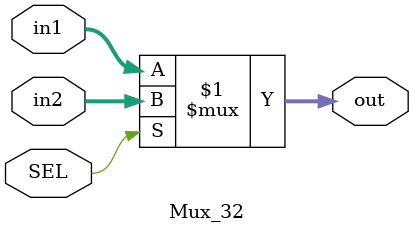
<source format=v>
`timescale 1ns / 1ps


module Mux_32(
    input SEL,
    input [31:0] in1,
    input [31:0] in2,
    output [31:0] out
    );
    assign out = (SEL)? in2 : in1;
endmodule

</source>
